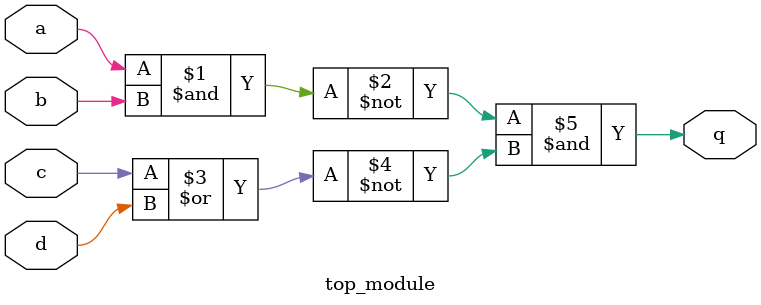
<source format=sv>
module top_module (
  input a,
  input b,
  input c,
  input d,
  output q
);
  
  assign q = (~(a & b) & (~(c | d)));
  
endmodule

</source>
